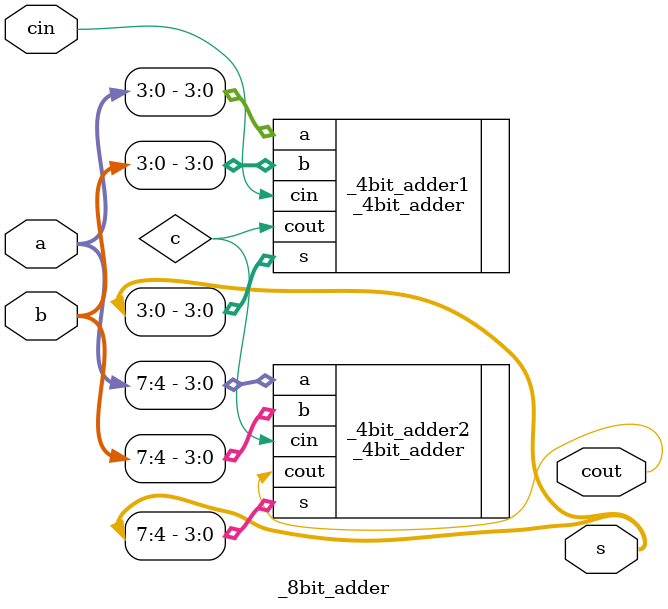
<source format=v>
module _8bit_adder(a, b, cin, s, cout);

input [7:0] a, b;
input cin;

output [7:0] s;
output cout;

wire c;

_4bit_adder _4bit_adder1(.a(a[3:0]), .b(b[3:0]), .cin(cin), .s(s[3:0]), .cout(c));
_4bit_adder _4bit_adder2(.a(a[7:4]), .b(b[7:4]), .cin(c), .s(s[7:4]), .cout(cout));

endmodule

</source>
